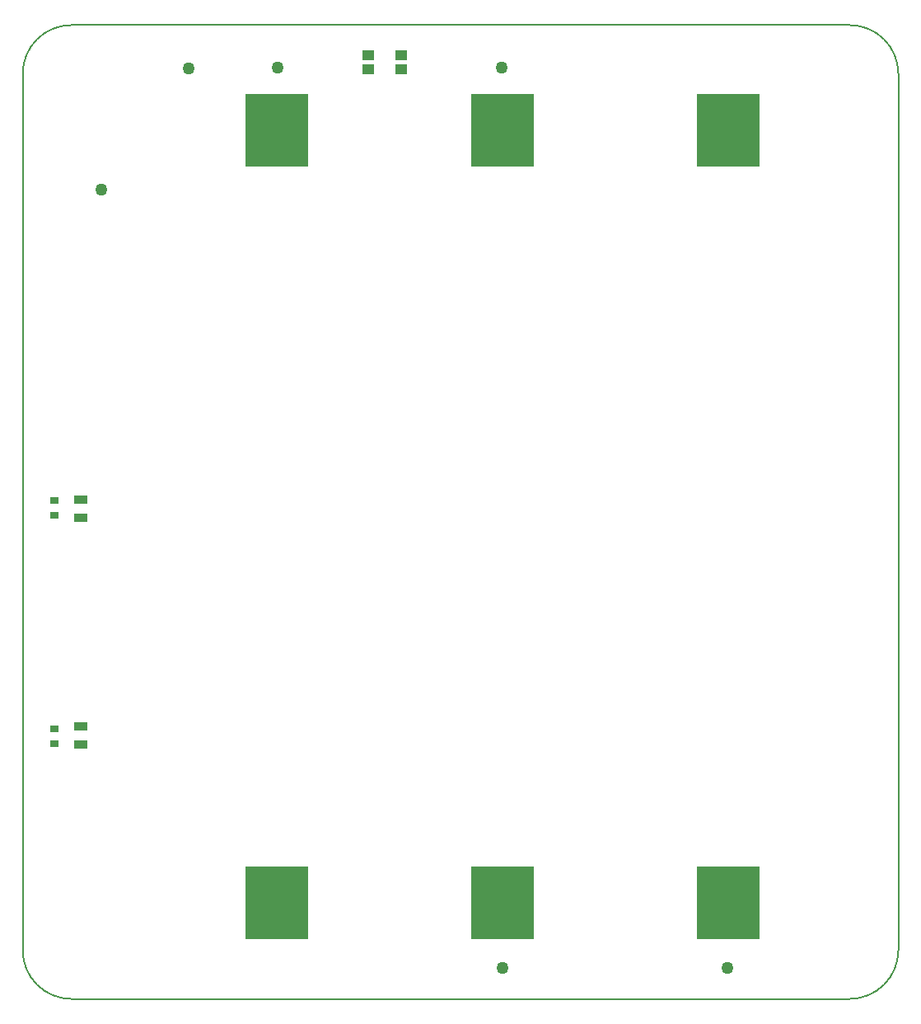
<source format=gbp>
G04*
G04 #@! TF.GenerationSoftware,Altium Limited,Altium Designer,21.1.1 (26)*
G04*
G04 Layer_Color=128*
%FSLAX25Y25*%
%MOIN*%
G70*
G04*
G04 #@! TF.SameCoordinates,FA9CCD81-432D-44E0-922B-AB4CBE4C0170*
G04*
G04*
G04 #@! TF.FilePolarity,Positive*
G04*
G01*
G75*
%ADD15C,0.00591*%
%ADD18R,0.05315X0.03740*%
%ADD24R,0.03543X0.02559*%
%ADD31C,0.05000*%
%ADD87R,0.25472X0.29370*%
%ADD88R,0.04528X0.04134*%
D15*
X354331Y374016D02*
G03*
X334646Y393701I-19685J0D01*
G01*
Y0D02*
G03*
X354331Y19685I0J19685D01*
G01*
X19685Y393701D02*
G03*
X0Y374016I0J-19685D01*
G01*
X0Y19685D02*
G03*
X19685Y0I19685J0D01*
G01*
X354331Y19685D02*
Y374016D01*
X19685Y0D02*
X334646D01*
X0Y19685D02*
Y374016D01*
X19685Y393701D02*
X334646D01*
D18*
X23425Y201772D02*
D03*
Y194488D02*
D03*
Y110039D02*
D03*
Y102756D02*
D03*
D24*
X12697Y201476D02*
D03*
Y195571D02*
D03*
Y103150D02*
D03*
Y109055D02*
D03*
D31*
X31693Y327165D02*
D03*
X285236Y12500D02*
D03*
X193898Y376378D02*
D03*
X194193Y12402D02*
D03*
X67323Y376083D02*
D03*
X103150Y376378D02*
D03*
D87*
X194144Y38701D02*
D03*
Y351063D02*
D03*
X102854D02*
D03*
Y38701D02*
D03*
X285433Y351063D02*
D03*
Y38701D02*
D03*
D88*
X153051Y381496D02*
D03*
X153051Y375787D02*
D03*
X139862Y381496D02*
D03*
X139862Y375787D02*
D03*
M02*

</source>
